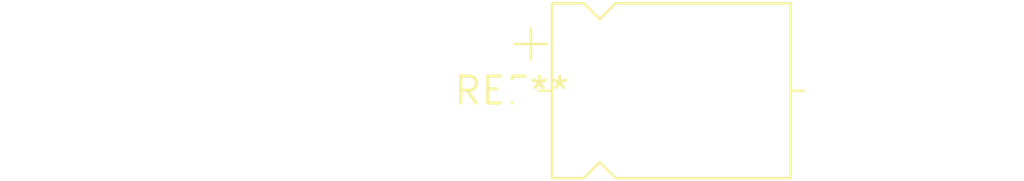
<source format=kicad_pcb>
(kicad_pcb (version 20240108) (generator pcbnew)
  (layers (0 "F.Cu" signal) (31 "B.Cu" signal) (34 "B.Paste" user) (35 "F.Paste" user) (36 "B.SilkS" user "B.Silkscreen") (37 "F.SilkS" user "F.Silkscreen") (38 "B.Mask" user) (39 "F.Mask" user) (44 "Edge.Cuts" user))
  (net 0 "")
  (footprint "CP_Axial_L11.0mm_D8.0mm_P15.00mm_Horizontal" (layer "F.Cu") (at 0 0)
    (property "Reference" "REF**")
    (property "Value" "CP_Axial_L11.0mm_D8.0mm_P15.00mm_Horizontal")
    (fp_line (start 0.13 -2.2) (end 1.63 -2.2) (layer "F.SilkS") (stroke (width 0.12)))
    (fp_line (start 0.88 -2.95) (end 0.88 -1.45) (layer "F.SilkS") (stroke (width 0.12)))
    (fp_line (start 1.24 0) (end 1.88 0) (layer "F.SilkS") (stroke (width 0.12)))
    (fp_line (start 1.88 -4.12) (end 1.88 4.12) (layer "F.SilkS") (stroke (width 0.12)))
    (fp_line (start 1.88 -4.12) (end 3.38 -4.12) (layer "F.SilkS") (stroke (width 0.12)))
    (fp_line (start 1.88 4.12) (end 3.38 4.12) (layer "F.SilkS") (stroke (width 0.12)))
    (fp_line (start 3.38 -4.12) (end 4.13 -3.37) (layer "F.SilkS") (stroke (width 0.12)))
    (fp_line (start 3.38 4.12) (end 4.13 3.37) (layer "F.SilkS") (stroke (width 0.12)))
    (fp_line (start 4.13 -3.37) (end 4.88 -4.12) (layer "F.SilkS") (stroke (width 0.12)))
    (fp_line (start 4.13 3.37) (end 4.88 4.12) (layer "F.SilkS") (stroke (width 0.12)))
    (fp_line (start 4.88 -4.12) (end 13.12 -4.12) (layer "F.SilkS") (stroke (width 0.12)))
    (fp_line (start 4.88 4.12) (end 13.12 4.12) (layer "F.SilkS") (stroke (width 0.12)))
    (fp_line (start 13.12 -4.12) (end 13.12 4.12) (layer "F.SilkS") (stroke (width 0.12)))
    (fp_line (start 13.76 0) (end 13.12 0) (layer "F.SilkS") (stroke (width 0.12)))
    (pad "1" thru_hole rect (at 0 0) (size 2 2) (drill 1) (layers *.Cu *.Mask) (remove_unused_layers))
    (pad "2" thru_hole oval (at 15 0) (size 2 2) (drill 1) (layers *.Cu *.Mask) (remove_unused_layers))
  )
)
</source>
